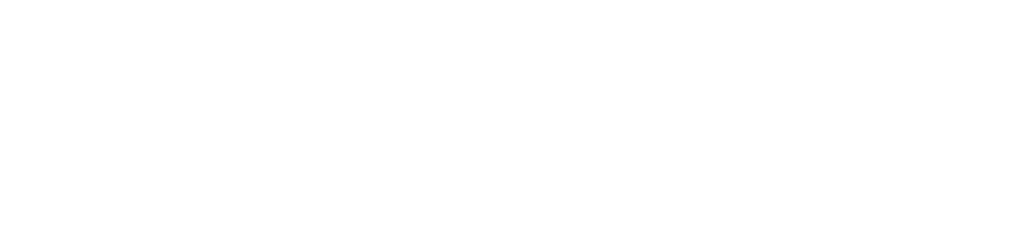
<source format=kicad_pcb>
(kicad_pcb (version 20241229) (generator "pcbnew") (generator_version "9.0")
  (title_block (title "SparkFun Product (Qwiic)") (rev "v10") (company "SparkFun") (comment 1 "Designed by: You"))
  (layers (0 "F.Cu" signal) (4 "In1.Cu" signal "L2.Cu") (6 "In2.Cu" signal "L3.Cu") (2 "B.Cu" signal) (13 "F.Paste" user) (15 "B.Paste" user) (5 "F.SilkS" user "F.Silkscreen") (7 "B.SilkS" user "B.Silkscreen") (1 "F.Mask" user) (3 "B.Mask" user) (25 "Edge.Cuts" user))
  (net 0 "")
  (footprint "SparkFun-Aesthetic:Creative_Commons_License" (layer "F.Cu") (at 215.265 168.91)
    (property "Reference" "G3" (hide yes))
    (property "Value" "OSHW_Logo" (hide yes))
  )
)
</source>
